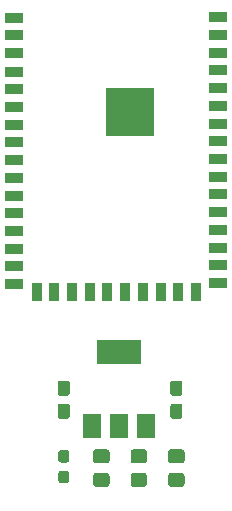
<source format=gbr>
%TF.GenerationSoftware,KiCad,Pcbnew,(5.1.8-0-10_14)*%
%TF.CreationDate,2021-07-01T23:52:50-05:00*%
%TF.ProjectId,crump-s2,6372756d-702d-4733-922e-6b696361645f,rev?*%
%TF.SameCoordinates,Original*%
%TF.FileFunction,Paste,Bot*%
%TF.FilePolarity,Positive*%
%FSLAX46Y46*%
G04 Gerber Fmt 4.6, Leading zero omitted, Abs format (unit mm)*
G04 Created by KiCad (PCBNEW (5.1.8-0-10_14)) date 2021-07-01 23:52:50*
%MOMM*%
%LPD*%
G01*
G04 APERTURE LIST*
%ADD10R,1.500000X2.000000*%
%ADD11R,3.800000X2.000000*%
%ADD12R,4.100000X4.100000*%
%ADD13R,1.500000X0.900000*%
%ADD14R,0.900000X1.500000*%
G04 APERTURE END LIST*
%TO.C,R2*%
G36*
G01*
X41459999Y-56550000D02*
X42360001Y-56550000D01*
G75*
G02*
X42610000Y-56799999I0J-249999D01*
G01*
X42610000Y-57500001D01*
G75*
G02*
X42360001Y-57750000I-249999J0D01*
G01*
X41459999Y-57750000D01*
G75*
G02*
X41210000Y-57500001I0J249999D01*
G01*
X41210000Y-56799999D01*
G75*
G02*
X41459999Y-56550000I249999J0D01*
G01*
G37*
G36*
G01*
X41459999Y-58550000D02*
X42360001Y-58550000D01*
G75*
G02*
X42610000Y-58799999I0J-249999D01*
G01*
X42610000Y-59500001D01*
G75*
G02*
X42360001Y-59750000I-249999J0D01*
G01*
X41459999Y-59750000D01*
G75*
G02*
X41210000Y-59500001I0J249999D01*
G01*
X41210000Y-58799999D01*
G75*
G02*
X41459999Y-58550000I249999J0D01*
G01*
G37*
%TD*%
D10*
%TO.C,U2*%
X42545000Y-54610000D03*
X37945000Y-54610000D03*
X40245000Y-54610000D03*
D11*
X40245000Y-48310000D03*
%TD*%
%TO.C,C2*%
G36*
G01*
X44809999Y-52690000D02*
X45360001Y-52690000D01*
G75*
G02*
X45610000Y-52939999I0J-249999D01*
G01*
X45610000Y-53740001D01*
G75*
G02*
X45360001Y-53990000I-249999J0D01*
G01*
X44809999Y-53990000D01*
G75*
G02*
X44560000Y-53740001I0J249999D01*
G01*
X44560000Y-52939999D01*
G75*
G02*
X44809999Y-52690000I249999J0D01*
G01*
G37*
G36*
G01*
X44809999Y-50740000D02*
X45360001Y-50740000D01*
G75*
G02*
X45610000Y-50989999I0J-249999D01*
G01*
X45610000Y-51790001D01*
G75*
G02*
X45360001Y-52040000I-249999J0D01*
G01*
X44809999Y-52040000D01*
G75*
G02*
X44560000Y-51790001I0J249999D01*
G01*
X44560000Y-50989999D01*
G75*
G02*
X44809999Y-50740000I249999J0D01*
G01*
G37*
%TD*%
%TO.C,C1*%
G36*
G01*
X35284999Y-52690000D02*
X35835001Y-52690000D01*
G75*
G02*
X36085000Y-52939999I0J-249999D01*
G01*
X36085000Y-53740001D01*
G75*
G02*
X35835001Y-53990000I-249999J0D01*
G01*
X35284999Y-53990000D01*
G75*
G02*
X35035000Y-53740001I0J249999D01*
G01*
X35035000Y-52939999D01*
G75*
G02*
X35284999Y-52690000I249999J0D01*
G01*
G37*
G36*
G01*
X35284999Y-50740000D02*
X35835001Y-50740000D01*
G75*
G02*
X36085000Y-50989999I0J-249999D01*
G01*
X36085000Y-51790001D01*
G75*
G02*
X35835001Y-52040000I-249999J0D01*
G01*
X35284999Y-52040000D01*
G75*
G02*
X35035000Y-51790001I0J249999D01*
G01*
X35035000Y-50989999D01*
G75*
G02*
X35284999Y-50740000I249999J0D01*
G01*
G37*
%TD*%
%TO.C,D1*%
G36*
G01*
X35322500Y-58375000D02*
X35797500Y-58375000D01*
G75*
G02*
X36035000Y-58612500I0J-237500D01*
G01*
X36035000Y-59187500D01*
G75*
G02*
X35797500Y-59425000I-237500J0D01*
G01*
X35322500Y-59425000D01*
G75*
G02*
X35085000Y-59187500I0J237500D01*
G01*
X35085000Y-58612500D01*
G75*
G02*
X35322500Y-58375000I237500J0D01*
G01*
G37*
G36*
G01*
X35322500Y-56625000D02*
X35797500Y-56625000D01*
G75*
G02*
X36035000Y-56862500I0J-237500D01*
G01*
X36035000Y-57437500D01*
G75*
G02*
X35797500Y-57675000I-237500J0D01*
G01*
X35322500Y-57675000D01*
G75*
G02*
X35085000Y-57437500I0J237500D01*
G01*
X35085000Y-56862500D01*
G75*
G02*
X35322500Y-56625000I237500J0D01*
G01*
G37*
%TD*%
%TO.C,R1*%
G36*
G01*
X44634999Y-56550000D02*
X45535001Y-56550000D01*
G75*
G02*
X45785000Y-56799999I0J-249999D01*
G01*
X45785000Y-57500001D01*
G75*
G02*
X45535001Y-57750000I-249999J0D01*
G01*
X44634999Y-57750000D01*
G75*
G02*
X44385000Y-57500001I0J249999D01*
G01*
X44385000Y-56799999D01*
G75*
G02*
X44634999Y-56550000I249999J0D01*
G01*
G37*
G36*
G01*
X44634999Y-58550000D02*
X45535001Y-58550000D01*
G75*
G02*
X45785000Y-58799999I0J-249999D01*
G01*
X45785000Y-59500001D01*
G75*
G02*
X45535001Y-59750000I-249999J0D01*
G01*
X44634999Y-59750000D01*
G75*
G02*
X44385000Y-59500001I0J249999D01*
G01*
X44385000Y-58799999D01*
G75*
G02*
X44634999Y-58550000I249999J0D01*
G01*
G37*
%TD*%
%TO.C,R3*%
G36*
G01*
X39185001Y-57750000D02*
X38284999Y-57750000D01*
G75*
G02*
X38035000Y-57500001I0J249999D01*
G01*
X38035000Y-56799999D01*
G75*
G02*
X38284999Y-56550000I249999J0D01*
G01*
X39185001Y-56550000D01*
G75*
G02*
X39435000Y-56799999I0J-249999D01*
G01*
X39435000Y-57500001D01*
G75*
G02*
X39185001Y-57750000I-249999J0D01*
G01*
G37*
G36*
G01*
X39185001Y-59750000D02*
X38284999Y-59750000D01*
G75*
G02*
X38035000Y-59500001I0J249999D01*
G01*
X38035000Y-58799999D01*
G75*
G02*
X38284999Y-58550000I249999J0D01*
G01*
X39185001Y-58550000D01*
G75*
G02*
X39435000Y-58799999I0J-249999D01*
G01*
X39435000Y-59500001D01*
G75*
G02*
X39185001Y-59750000I-249999J0D01*
G01*
G37*
%TD*%
D12*
%TO.C,U1*%
X41195000Y-28015000D03*
D13*
X31380000Y-20075000D03*
X31380000Y-21475000D03*
X31380000Y-22975000D03*
X31380000Y-24575000D03*
D14*
X34755000Y-43225000D03*
X33255000Y-43225000D03*
D13*
X31380000Y-42575000D03*
X31380000Y-41075000D03*
X31380000Y-39575000D03*
X31380000Y-38075000D03*
X31380000Y-36575000D03*
X31380000Y-35075000D03*
X31380000Y-33575000D03*
X31380000Y-32075000D03*
X31380000Y-30575000D03*
X31380000Y-29075000D03*
X31380000Y-27575000D03*
X31380000Y-26075000D03*
X48630000Y-39475000D03*
X48630000Y-37975000D03*
X48630000Y-36475000D03*
X48630000Y-34975000D03*
X48630000Y-33475000D03*
X48630000Y-31975000D03*
X48630000Y-30475000D03*
X48630000Y-28975000D03*
X48630000Y-27475000D03*
X48630000Y-25975000D03*
X48630000Y-24475000D03*
X48630000Y-22975000D03*
X48630000Y-21475000D03*
D14*
X36255000Y-43225000D03*
X37755000Y-43225000D03*
X39255000Y-43225000D03*
X40755000Y-43225000D03*
X42255000Y-43225000D03*
X43755000Y-43225000D03*
X45255000Y-43225000D03*
X46755000Y-43225000D03*
D13*
X48630000Y-42475000D03*
X48630000Y-40975000D03*
X48630000Y-19975000D03*
%TD*%
M02*

</source>
